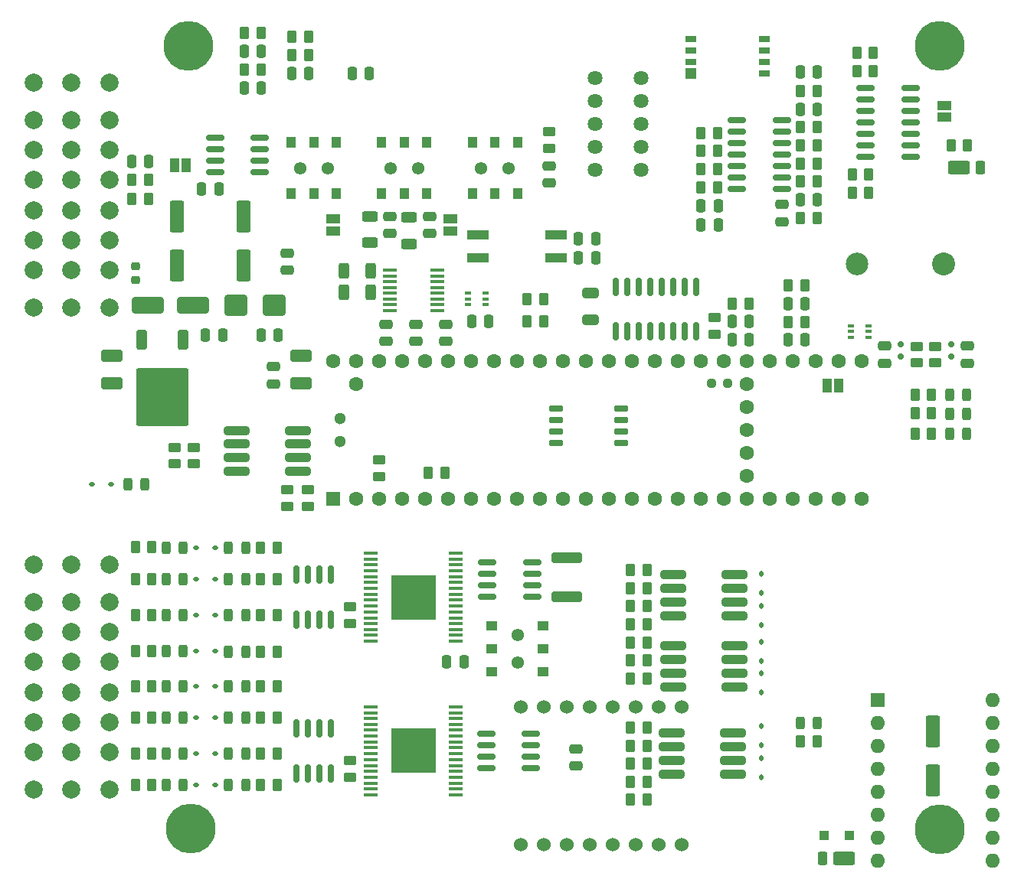
<source format=gts>
G04 #@! TF.GenerationSoftware,KiCad,Pcbnew,7.0.11*
G04 #@! TF.CreationDate,2026-02-08T08:31:11+11:00*
G04 #@! TF.ProjectId,DropBear,44726f70-4265-4617-922e-6b696361645f,rev?*
G04 #@! TF.SameCoordinates,Original*
G04 #@! TF.FileFunction,Soldermask,Top*
G04 #@! TF.FilePolarity,Negative*
%FSLAX46Y46*%
G04 Gerber Fmt 4.6, Leading zero omitted, Abs format (unit mm)*
G04 Created by KiCad (PCBNEW 7.0.11) date 2026-02-08 08:31:11*
%MOMM*%
%LPD*%
G01*
G04 APERTURE LIST*
G04 Aperture macros list*
%AMRoundRect*
0 Rectangle with rounded corners*
0 $1 Rounding radius*
0 $2 $3 $4 $5 $6 $7 $8 $9 X,Y pos of 4 corners*
0 Add a 4 corners polygon primitive as box body*
4,1,4,$2,$3,$4,$5,$6,$7,$8,$9,$2,$3,0*
0 Add four circle primitives for the rounded corners*
1,1,$1+$1,$2,$3*
1,1,$1+$1,$4,$5*
1,1,$1+$1,$6,$7*
1,1,$1+$1,$8,$9*
0 Add four rect primitives between the rounded corners*
20,1,$1+$1,$2,$3,$4,$5,0*
20,1,$1+$1,$4,$5,$6,$7,0*
20,1,$1+$1,$6,$7,$8,$9,0*
20,1,$1+$1,$8,$9,$2,$3,0*%
G04 Aperture macros list end*
%ADD10RoundRect,0.243750X-0.243750X-0.456250X0.243750X-0.456250X0.243750X0.456250X-0.243750X0.456250X0*%
%ADD11RoundRect,0.150000X-0.150000X0.825000X-0.150000X-0.825000X0.150000X-0.825000X0.150000X0.825000X0*%
%ADD12RoundRect,0.150000X-0.825000X-0.150000X0.825000X-0.150000X0.825000X0.150000X-0.825000X0.150000X0*%
%ADD13RoundRect,0.250000X-0.262500X-0.450000X0.262500X-0.450000X0.262500X0.450000X-0.262500X0.450000X0*%
%ADD14RoundRect,0.250000X-0.450000X0.262500X-0.450000X-0.262500X0.450000X-0.262500X0.450000X0.262500X0*%
%ADD15R,1.600200X0.431800*%
%ADD16R,4.953000X4.953000*%
%ADD17RoundRect,0.250000X0.475000X-0.250000X0.475000X0.250000X-0.475000X0.250000X-0.475000X-0.250000X0*%
%ADD18RoundRect,0.250000X-0.250000X-0.475000X0.250000X-0.475000X0.250000X0.475000X-0.250000X0.475000X0*%
%ADD19RoundRect,0.250000X0.250000X0.475000X-0.250000X0.475000X-0.250000X-0.475000X0.250000X-0.475000X0*%
%ADD20RoundRect,0.250000X0.262500X0.450000X-0.262500X0.450000X-0.262500X-0.450000X0.262500X-0.450000X0*%
%ADD21RoundRect,0.112500X0.112500X-0.187500X0.112500X0.187500X-0.112500X0.187500X-0.112500X-0.187500X0*%
%ADD22RoundRect,0.112500X-0.112500X0.187500X-0.112500X-0.187500X0.112500X-0.187500X0.112500X0.187500X0*%
%ADD23RoundRect,0.250000X-0.475000X0.250000X-0.475000X-0.250000X0.475000X-0.250000X0.475000X0.250000X0*%
%ADD24RoundRect,0.250000X-0.925000X0.412500X-0.925000X-0.412500X0.925000X-0.412500X0.925000X0.412500X0*%
%ADD25RoundRect,0.250000X0.450000X-0.262500X0.450000X0.262500X-0.450000X0.262500X-0.450000X-0.262500X0*%
%ADD26RoundRect,0.150000X0.150000X-0.825000X0.150000X0.825000X-0.150000X0.825000X-0.150000X-0.825000X0*%
%ADD27R,1.000000X1.150000*%
%ADD28C,1.381000*%
%ADD29RoundRect,0.250000X1.450000X-0.312500X1.450000X0.312500X-1.450000X0.312500X-1.450000X-0.312500X0*%
%ADD30R,0.650000X0.400000*%
%ADD31RoundRect,0.250000X0.650000X-0.325000X0.650000X0.325000X-0.650000X0.325000X-0.650000X-0.325000X0*%
%ADD32RoundRect,0.237500X-0.250000X-0.237500X0.250000X-0.237500X0.250000X0.237500X-0.250000X0.237500X0*%
%ADD33RoundRect,0.112500X-0.187500X-0.112500X0.187500X-0.112500X0.187500X0.112500X-0.187500X0.112500X0*%
%ADD34R,1.600000X0.410000*%
%ADD35RoundRect,0.218750X0.256250X-0.218750X0.256250X0.218750X-0.256250X0.218750X-0.256250X-0.218750X0*%
%ADD36RoundRect,0.250000X0.550000X-1.500000X0.550000X1.500000X-0.550000X1.500000X-0.550000X-1.500000X0*%
%ADD37RoundRect,0.250000X-0.950000X-0.500000X0.950000X-0.500000X0.950000X0.500000X-0.950000X0.500000X0*%
%ADD38RoundRect,0.250000X-0.275000X-0.500000X0.275000X-0.500000X0.275000X0.500000X-0.275000X0.500000X0*%
%ADD39RoundRect,0.250000X-1.000000X-0.900000X1.000000X-0.900000X1.000000X0.900000X-1.000000X0.900000X0*%
%ADD40R,1.200000X0.800000*%
%ADD41R,1.200000X1.200000*%
%ADD42C,1.635000*%
%ADD43RoundRect,0.243750X0.243750X0.456250X-0.243750X0.456250X-0.243750X-0.456250X0.243750X-0.456250X0*%
%ADD44RoundRect,0.250000X1.500000X0.650000X-1.500000X0.650000X-1.500000X-0.650000X1.500000X-0.650000X0*%
%ADD45R,2.440000X1.120000*%
%ADD46C,2.000000*%
%ADD47R,1.600000X1.600000*%
%ADD48O,1.600000X1.600000*%
%ADD49RoundRect,0.150000X-0.650000X-0.150000X0.650000X-0.150000X0.650000X0.150000X-0.650000X0.150000X0*%
%ADD50C,5.500000*%
%ADD51C,2.500000*%
%ADD52C,2.540000*%
%ADD53RoundRect,0.250000X0.950000X0.500000X-0.950000X0.500000X-0.950000X-0.500000X0.950000X-0.500000X0*%
%ADD54RoundRect,0.250000X0.275000X0.500000X-0.275000X0.500000X-0.275000X-0.500000X0.275000X-0.500000X0*%
%ADD55RoundRect,0.250000X-0.625000X0.312500X-0.625000X-0.312500X0.625000X-0.312500X0.625000X0.312500X0*%
%ADD56RoundRect,0.250000X-0.312500X-0.625000X0.312500X-0.625000X0.312500X0.625000X-0.312500X0.625000X0*%
%ADD57R,1.000000X1.500000*%
%ADD58R,1.500000X1.000000*%
%ADD59R,1.150000X1.000000*%
%ADD60RoundRect,0.237500X-1.162500X-0.237500X1.162500X-0.237500X1.162500X0.237500X-1.162500X0.237500X0*%
%ADD61RoundRect,0.237500X1.162500X0.237500X-1.162500X0.237500X-1.162500X-0.237500X1.162500X-0.237500X0*%
%ADD62RoundRect,0.250000X0.300000X0.300000X-0.300000X0.300000X-0.300000X-0.300000X0.300000X-0.300000X0*%
%ADD63RoundRect,0.150000X0.200000X-0.150000X0.200000X0.150000X-0.200000X0.150000X-0.200000X-0.150000X0*%
%ADD64C,1.524000*%
%ADD65C,1.600000*%
%ADD66C,1.300000*%
%ADD67RoundRect,0.250000X-0.350000X0.850000X-0.350000X-0.850000X0.350000X-0.850000X0.350000X0.850000X0*%
%ADD68RoundRect,0.249997X-2.650003X2.950003X-2.650003X-2.950003X2.650003X-2.950003X2.650003X2.950003X0*%
G04 APERTURE END LIST*
D10*
X187562500Y-93500000D03*
X189437500Y-93500000D03*
X187562500Y-89500000D03*
X189437500Y-89500000D03*
X187562500Y-86000000D03*
X189437500Y-86000000D03*
D11*
X198905000Y-89025000D03*
X197635000Y-89025000D03*
X196365000Y-89025000D03*
X195095000Y-89025000D03*
X195095000Y-93975000D03*
X196365000Y-93975000D03*
X197635000Y-93975000D03*
X198905000Y-93975000D03*
D12*
X216157000Y-87630000D03*
X216157000Y-88900000D03*
X216157000Y-90170000D03*
X216157000Y-91440000D03*
X221107000Y-91440000D03*
X221107000Y-90170000D03*
X221107000Y-88900000D03*
X221107000Y-87630000D03*
D13*
X191087500Y-112268000D03*
X192912500Y-112268000D03*
D14*
X201000000Y-109587500D03*
X201000000Y-111412500D03*
D10*
X187562500Y-101349000D03*
X189437500Y-101349000D03*
X187562500Y-112268000D03*
X189437500Y-112268000D03*
X187562500Y-104849000D03*
X189437500Y-104849000D03*
D11*
X198905000Y-106025000D03*
X197635000Y-106025000D03*
X196365000Y-106025000D03*
X195095000Y-106025000D03*
X195095000Y-110975000D03*
X196365000Y-110975000D03*
X197635000Y-110975000D03*
X198905000Y-110975000D03*
D12*
X216025000Y-106595000D03*
X216025000Y-107865000D03*
X216025000Y-109135000D03*
X216025000Y-110405000D03*
X220975000Y-110405000D03*
X220975000Y-109135000D03*
X220975000Y-107865000D03*
X220975000Y-106595000D03*
D15*
X203301000Y-103623200D03*
X203301000Y-104283600D03*
X203301000Y-104918600D03*
X203301000Y-105579000D03*
X203301000Y-106214000D03*
X203301000Y-106874400D03*
X203301000Y-107534800D03*
X203301000Y-108169800D03*
X203301000Y-108830200D03*
X203301000Y-109465200D03*
X203301000Y-110125600D03*
X203301000Y-110786000D03*
X203301000Y-111421000D03*
X203301000Y-112081400D03*
X203301000Y-112716400D03*
X203301000Y-113376800D03*
X212699000Y-113376800D03*
X212699000Y-112716400D03*
X212699000Y-112081400D03*
X212699000Y-111421000D03*
X212699000Y-110786000D03*
X212699000Y-110125600D03*
X212699000Y-109465200D03*
X212699000Y-108830200D03*
X212699000Y-108169800D03*
X212699000Y-107534800D03*
X212699000Y-106874400D03*
X212699000Y-106214000D03*
X212699000Y-105579000D03*
X212699000Y-104918600D03*
X212699000Y-104283600D03*
X212699000Y-103623200D03*
D16*
X208000000Y-108500000D03*
D10*
X187562500Y-108849000D03*
X189437500Y-108849000D03*
D14*
X201000000Y-92587500D03*
X201000000Y-94412500D03*
D10*
X187562500Y-97536000D03*
X189437500Y-97536000D03*
D17*
X248729994Y-49950000D03*
X248729994Y-48050000D03*
D18*
X249415500Y-59023000D03*
X251315500Y-59023000D03*
X250779994Y-47500000D03*
X252679994Y-47500000D03*
X250764000Y-33401000D03*
X252664000Y-33401000D03*
X194550000Y-33500000D03*
X196450000Y-33500000D03*
D19*
X252679994Y-37500000D03*
X250779994Y-37500000D03*
D18*
X201234000Y-33528000D03*
X203134000Y-33528000D03*
D19*
X241676000Y-48155000D03*
X239776000Y-48155000D03*
D13*
X189333500Y-29083000D03*
X191158500Y-29083000D03*
D20*
X196412500Y-31500000D03*
X194587500Y-31500000D03*
X241626500Y-42125000D03*
X239801500Y-42125000D03*
D13*
X250817494Y-43500000D03*
X252642494Y-43500000D03*
X239776000Y-44125000D03*
X241601000Y-44125000D03*
X220587500Y-58500000D03*
X222412500Y-58500000D03*
X231991500Y-113919000D03*
X233816500Y-113919000D03*
D20*
X233816500Y-107919000D03*
X231991500Y-107919000D03*
D13*
X231991500Y-94500000D03*
X233816500Y-94500000D03*
X231991500Y-88500000D03*
X233816500Y-88500000D03*
D21*
X246444000Y-94550000D03*
X246444000Y-92450000D03*
D22*
X246444000Y-105791000D03*
X246444000Y-107891000D03*
D21*
X246444000Y-102050000D03*
X246444000Y-99950000D03*
D22*
X246444000Y-96450000D03*
X246444000Y-98550000D03*
D13*
X231991500Y-105918000D03*
X233816500Y-105918000D03*
D20*
X233816500Y-96500000D03*
X231991500Y-96500000D03*
D13*
X249453000Y-61023000D03*
X251278000Y-61023000D03*
D23*
X192532000Y-66004400D03*
X192532000Y-67904400D03*
D17*
X194056000Y-55306000D03*
X194056000Y-53406000D03*
D24*
X195580000Y-64756500D03*
X195580000Y-67831500D03*
X174650400Y-64756500D03*
X174650400Y-67831500D03*
D21*
X246444000Y-111391000D03*
X246444000Y-109291000D03*
D22*
X246444000Y-88950000D03*
X246444000Y-91050000D03*
D12*
X186058000Y-40640000D03*
X186058000Y-41910000D03*
X186058000Y-43180000D03*
X186058000Y-44450000D03*
X191008000Y-44450000D03*
X191008000Y-43180000D03*
X191008000Y-41910000D03*
X191008000Y-40640000D03*
D18*
X243222500Y-60992000D03*
X245122500Y-60992000D03*
X243222500Y-62992000D03*
X245122500Y-62992000D03*
D19*
X228153000Y-51816000D03*
X226253000Y-51816000D03*
D18*
X214442000Y-61000000D03*
X216342000Y-61000000D03*
D25*
X241300000Y-62380500D03*
X241300000Y-60555500D03*
D20*
X251278000Y-57023000D03*
X249453000Y-57023000D03*
D13*
X194587500Y-29500000D03*
X196412500Y-29500000D03*
X250817494Y-39500000D03*
X252642494Y-39500000D03*
D20*
X222412500Y-61000000D03*
X220587500Y-61000000D03*
D26*
X230378000Y-62100000D03*
X231648000Y-62100000D03*
X232918000Y-62100000D03*
X234188000Y-62100000D03*
X235458000Y-62100000D03*
X236728000Y-62100000D03*
X237998000Y-62100000D03*
X239268000Y-62100000D03*
X239268000Y-57150000D03*
X237998000Y-57150000D03*
X236728000Y-57150000D03*
X235458000Y-57150000D03*
X234188000Y-57150000D03*
X232918000Y-57150000D03*
X231648000Y-57150000D03*
X230378000Y-57150000D03*
D27*
X194500000Y-41175000D03*
X197000000Y-41175000D03*
X199500000Y-41175000D03*
X194500000Y-46825000D03*
X197000000Y-46825000D03*
X199500000Y-46825000D03*
D28*
X195500000Y-44000000D03*
X198500000Y-44000000D03*
D18*
X249415500Y-63023000D03*
X251315500Y-63023000D03*
D19*
X241676000Y-50282000D03*
X239776000Y-50282000D03*
D20*
X245085000Y-58992000D03*
X243260000Y-58992000D03*
D13*
X250817494Y-49500000D03*
X252642494Y-49500000D03*
D20*
X252642494Y-35500000D03*
X250817494Y-35500000D03*
X191158500Y-33147000D03*
X189333500Y-33147000D03*
D13*
X239801500Y-40125000D03*
X241626500Y-40125000D03*
D20*
X252642494Y-45500000D03*
X250817494Y-45500000D03*
X252642494Y-41500000D03*
X250817494Y-41500000D03*
X258849500Y-31242000D03*
X257024500Y-31242000D03*
X258849500Y-33274000D03*
X257024500Y-33274000D03*
X258341500Y-44704000D03*
X256516500Y-44704000D03*
D13*
X256516500Y-46736000D03*
X258341500Y-46736000D03*
D12*
X243754994Y-38690000D03*
X243754994Y-39960000D03*
X243754994Y-41230000D03*
X243754994Y-42500000D03*
X243754994Y-43770000D03*
X243754994Y-45040000D03*
X243754994Y-46310000D03*
X248704994Y-46310000D03*
X248704994Y-45040000D03*
X248704994Y-43770000D03*
X248704994Y-42500000D03*
X248704994Y-41230000D03*
X248704994Y-39960000D03*
X248704994Y-38690000D03*
X258002000Y-35179000D03*
X258002000Y-36449000D03*
X258002000Y-37719000D03*
X258002000Y-38989000D03*
X258002000Y-40259000D03*
X258002000Y-41529000D03*
X258002000Y-42799000D03*
X262952000Y-42799000D03*
X262952000Y-41529000D03*
X262952000Y-40259000D03*
X262952000Y-38989000D03*
X262952000Y-37719000D03*
X262952000Y-36449000D03*
X262952000Y-35179000D03*
D29*
X224917000Y-91418500D03*
X224917000Y-87143500D03*
D18*
X226253000Y-53975000D03*
X228153000Y-53975000D03*
D30*
X214050000Y-57850000D03*
X214050000Y-58500000D03*
X214050000Y-59150000D03*
X215950000Y-59150000D03*
X215950000Y-58500000D03*
X215950000Y-57850000D03*
D13*
X176887500Y-47394000D03*
X178712500Y-47394000D03*
D18*
X176850000Y-43307000D03*
X178750000Y-43307000D03*
D19*
X186497000Y-46355000D03*
X184597000Y-46355000D03*
D20*
X241601000Y-46125000D03*
X239776000Y-46125000D03*
D31*
X227584000Y-60784000D03*
X227584000Y-57834000D03*
D18*
X189296000Y-31115000D03*
X191196000Y-31115000D03*
X185028800Y-62534800D03*
X186928800Y-62534800D03*
D32*
X240919500Y-67818000D03*
X242744500Y-67818000D03*
D14*
X181610000Y-74931900D03*
X181610000Y-76756900D03*
D33*
X183989000Y-108849000D03*
X186089000Y-108849000D03*
X183989000Y-93500000D03*
X186089000Y-93500000D03*
X183989000Y-104849000D03*
X186089000Y-104849000D03*
X183989000Y-89500000D03*
X186089000Y-89500000D03*
D19*
X191196000Y-35179000D03*
X189296000Y-35179000D03*
D23*
X205359000Y-49342000D03*
X205359000Y-51242000D03*
D17*
X209804000Y-51242000D03*
X209804000Y-49342000D03*
D23*
X208280000Y-61280000D03*
X208280000Y-63180000D03*
X204978000Y-61280000D03*
X204978000Y-63180000D03*
X211582000Y-61280000D03*
X211582000Y-63180000D03*
D34*
X210680300Y-59766200D03*
X210680300Y-59131200D03*
X210680300Y-58496200D03*
X210680300Y-57861200D03*
X210680300Y-57226200D03*
X210680300Y-56591200D03*
X210680300Y-55956200D03*
X210680300Y-55321200D03*
X205371700Y-55321200D03*
X205371700Y-55956200D03*
X205371700Y-56591200D03*
X205371700Y-57226200D03*
X205371700Y-57861200D03*
X205371700Y-58496200D03*
X205371700Y-59131200D03*
X205371700Y-59766200D03*
D17*
X269240000Y-65593000D03*
X269240000Y-63693000D03*
X260096000Y-65616500D03*
X260096000Y-63716500D03*
D14*
X265684000Y-63730500D03*
X265684000Y-65555500D03*
X263652000Y-63730500D03*
X263652000Y-65555500D03*
D30*
X258273062Y-62753000D03*
X258273062Y-62103000D03*
X258273062Y-61453000D03*
X256373062Y-61453000D03*
X256373062Y-62103000D03*
X256373062Y-62753000D03*
D35*
X177292000Y-56413500D03*
X177292000Y-54838500D03*
D20*
X192936500Y-108839000D03*
X191111500Y-108839000D03*
X192936500Y-93472000D03*
X191111500Y-93472000D03*
X192936500Y-104849000D03*
X191111500Y-104849000D03*
X192936500Y-89500000D03*
X191111500Y-89500000D03*
D13*
X191111500Y-97536000D03*
X192936500Y-97536000D03*
X191111500Y-101349000D03*
X192936500Y-101349000D03*
X191111500Y-86000000D03*
X192936500Y-86000000D03*
D36*
X265430000Y-111793000D03*
X265430000Y-106393000D03*
D37*
X255612000Y-120396000D03*
D38*
X253237000Y-120396000D03*
D39*
X188350000Y-59182000D03*
X192650000Y-59182000D03*
D40*
X246833000Y-33528000D03*
X246833000Y-32258000D03*
X246833000Y-30988000D03*
X246833000Y-29718000D03*
X238633000Y-29718000D03*
X238633000Y-30988000D03*
X238633000Y-32258000D03*
D41*
X238633000Y-33528000D03*
D42*
X233172000Y-44196000D03*
X233172000Y-41656000D03*
X233172000Y-39116000D03*
X233172000Y-36576000D03*
X233172000Y-34036000D03*
X228092000Y-44196000D03*
X228092000Y-41656000D03*
X228092000Y-39116000D03*
X228092000Y-36576000D03*
X228092000Y-34036000D03*
D43*
X269122250Y-69088000D03*
X267247250Y-69088000D03*
X269122250Y-73406000D03*
X267247250Y-73406000D03*
X269122250Y-71247000D03*
X267247250Y-71247000D03*
D36*
X189230000Y-54770000D03*
X189230000Y-49370000D03*
X181864000Y-54770000D03*
X181864000Y-49370000D03*
D44*
X183602000Y-59182000D03*
X178602000Y-59182000D03*
D20*
X233816500Y-98500000D03*
X231991500Y-98500000D03*
X233816500Y-100500000D03*
X231991500Y-100500000D03*
X233816500Y-90500000D03*
X231991500Y-90500000D03*
X233816500Y-92500000D03*
X231991500Y-92500000D03*
X233816500Y-109919000D03*
X231991500Y-109919000D03*
X233816500Y-111919000D03*
X231991500Y-111919000D03*
D15*
X203301000Y-86623200D03*
X203301000Y-87283600D03*
X203301000Y-87918600D03*
X203301000Y-88579000D03*
X203301000Y-89214000D03*
X203301000Y-89874400D03*
X203301000Y-90534800D03*
X203301000Y-91169800D03*
X203301000Y-91830200D03*
X203301000Y-92465200D03*
X203301000Y-93125600D03*
X203301000Y-93786000D03*
X203301000Y-94421000D03*
X203301000Y-95081400D03*
X203301000Y-95716400D03*
X203301000Y-96376800D03*
X212699000Y-96376800D03*
X212699000Y-95716400D03*
X212699000Y-95081400D03*
X212699000Y-94421000D03*
X212699000Y-93786000D03*
X212699000Y-93125600D03*
X212699000Y-92465200D03*
X212699000Y-91830200D03*
X212699000Y-91169800D03*
X212699000Y-90534800D03*
X212699000Y-89874400D03*
X212699000Y-89214000D03*
X212699000Y-88579000D03*
X212699000Y-87918600D03*
X212699000Y-87283600D03*
X212699000Y-86623200D03*
D16*
X208000000Y-91500000D03*
D45*
X223761000Y-53975000D03*
X223761000Y-51435000D03*
X215151000Y-51435000D03*
X215151000Y-53975000D03*
D17*
X225933000Y-110170000D03*
X225933000Y-108270000D03*
D18*
X211667001Y-98638001D03*
X213567001Y-98638001D03*
D46*
X174396000Y-112805000D03*
X174396000Y-108655000D03*
X174396000Y-105325000D03*
X174396000Y-101995000D03*
X174396000Y-98665000D03*
X174396000Y-95335000D03*
X174396000Y-92005000D03*
X174396000Y-87855000D03*
X170196000Y-112805000D03*
X170196000Y-108655000D03*
X170196000Y-105325000D03*
X170196000Y-101995000D03*
X170196000Y-98665000D03*
X170196000Y-95335000D03*
X170196000Y-92005000D03*
X170196000Y-87855000D03*
X165996000Y-112805000D03*
X165996000Y-108655000D03*
X165996000Y-105325000D03*
X165996000Y-101995000D03*
X165996000Y-98665000D03*
X165996000Y-95335000D03*
X165996000Y-92005000D03*
X165996000Y-87855000D03*
X174396000Y-59465000D03*
X174396000Y-55315000D03*
X174396000Y-51985000D03*
X174396000Y-48655000D03*
X174396000Y-45325000D03*
X174396000Y-41995000D03*
X174396000Y-38665000D03*
X174396000Y-34515000D03*
X170196000Y-59465000D03*
X170196000Y-55315000D03*
X170196000Y-51985000D03*
X170196000Y-48655000D03*
X170196000Y-45325000D03*
X170196000Y-41995000D03*
X170196000Y-38665000D03*
X170196000Y-34515000D03*
X165996000Y-59465000D03*
X165996000Y-55315000D03*
X165996000Y-51985000D03*
X165996000Y-48655000D03*
X165996000Y-45325000D03*
X165996000Y-41995000D03*
X165996000Y-38665000D03*
X165996000Y-34515000D03*
D27*
X204500000Y-41175000D03*
X207000000Y-41175000D03*
X209500000Y-41175000D03*
X204500000Y-46825000D03*
X207000000Y-46825000D03*
X209500000Y-46825000D03*
D28*
X205500000Y-44000000D03*
X208500000Y-44000000D03*
D33*
X183989000Y-86000000D03*
X186089000Y-86000000D03*
D43*
X182547500Y-86000000D03*
X180672500Y-86000000D03*
D20*
X179093500Y-85979000D03*
X177268500Y-85979000D03*
D43*
X182547500Y-112268000D03*
X180672500Y-112268000D03*
X182547500Y-108849000D03*
X180672500Y-108849000D03*
X182547500Y-97500000D03*
X180672500Y-97500000D03*
X182547500Y-93500000D03*
X180672500Y-93500000D03*
X182547500Y-104849000D03*
X180672500Y-104849000D03*
X182547500Y-101346000D03*
X180672500Y-101346000D03*
X182547500Y-89500000D03*
X180672500Y-89500000D03*
D20*
X179093500Y-112268000D03*
X177268500Y-112268000D03*
X179093500Y-108849000D03*
X177268500Y-108849000D03*
X179093500Y-93500000D03*
X177268500Y-93500000D03*
X179093500Y-104849000D03*
X177268500Y-104849000D03*
X179093500Y-101349000D03*
X177268500Y-101349000D03*
X179093500Y-89500000D03*
X177268500Y-89500000D03*
D33*
X183989000Y-97500000D03*
X186089000Y-97500000D03*
D20*
X179093500Y-97500000D03*
X177268500Y-97500000D03*
D47*
X259334000Y-102870000D03*
D48*
X259334000Y-105410000D03*
X259334000Y-107950000D03*
X259334000Y-110490000D03*
X259334000Y-113030000D03*
X259334000Y-115570000D03*
X259334000Y-118110000D03*
X259334000Y-120650000D03*
X272034000Y-120650000D03*
X272034000Y-118110000D03*
X272034000Y-115570000D03*
X272034000Y-113030000D03*
X272034000Y-110490000D03*
X272034000Y-107950000D03*
X272034000Y-105410000D03*
X272034000Y-102870000D03*
D49*
X223730000Y-70612000D03*
X223730000Y-71882000D03*
X223730000Y-73152000D03*
X223730000Y-74422000D03*
X230930000Y-74422000D03*
X230930000Y-73152000D03*
X230930000Y-71882000D03*
X230930000Y-70612000D03*
D50*
X266160000Y-117200000D03*
X266160000Y-30500000D03*
X183102000Y-30480000D03*
D33*
X183989000Y-112268000D03*
X186089000Y-112268000D03*
X183989000Y-101349000D03*
X186089000Y-101349000D03*
D51*
X257040395Y-54610000D03*
D52*
X266570395Y-54610000D03*
D53*
X268288400Y-43942000D03*
D54*
X270663400Y-43942000D03*
D55*
X203200000Y-49337500D03*
X203200000Y-52262500D03*
D56*
X200340500Y-57785000D03*
X203265500Y-57785000D03*
X200340500Y-55372000D03*
X203265500Y-55372000D03*
D55*
X207518000Y-49464500D03*
X207518000Y-52389500D03*
D57*
X181598000Y-43688000D03*
X182898000Y-43688000D03*
D13*
X176887500Y-45339000D03*
X178712500Y-45339000D03*
D58*
X199136000Y-49642000D03*
X199136000Y-50942000D03*
X212090000Y-50942000D03*
X212090000Y-49642000D03*
D27*
X214500000Y-41175000D03*
X217000000Y-41175000D03*
X219500000Y-41175000D03*
X214500000Y-46825000D03*
X217000000Y-46825000D03*
X219500000Y-46825000D03*
D28*
X215500000Y-44000000D03*
X218500000Y-44000000D03*
D59*
X216675000Y-99706000D03*
X216675000Y-97206000D03*
X216675000Y-94706000D03*
X222325000Y-99706000D03*
X222325000Y-97206000D03*
X222325000Y-94706000D03*
D28*
X219500000Y-98706000D03*
X219500000Y-95706000D03*
D60*
X236693000Y-89027000D03*
X236693000Y-90547000D03*
X236693000Y-92067000D03*
X236693000Y-93587000D03*
X243493000Y-93587000D03*
X243493000Y-92067000D03*
X243493000Y-90547000D03*
X243493000Y-89027000D03*
X236693000Y-96901000D03*
X236693000Y-98421000D03*
X236693000Y-99941000D03*
X236693000Y-101461000D03*
X243493000Y-101461000D03*
X243493000Y-99941000D03*
X243493000Y-98421000D03*
X243493000Y-96901000D03*
X236566000Y-106497000D03*
X236566000Y-108017000D03*
X236566000Y-109537000D03*
X236566000Y-111057000D03*
X243366000Y-111057000D03*
X243366000Y-109537000D03*
X243366000Y-108017000D03*
X243366000Y-106497000D03*
D57*
X253731000Y-68072000D03*
X255031000Y-68072000D03*
D13*
X267438500Y-41529000D03*
X269263500Y-41529000D03*
D61*
X195259400Y-77597000D03*
X195259400Y-76077000D03*
X195259400Y-74557000D03*
X195259400Y-73037000D03*
X188459400Y-73037000D03*
X188459400Y-74557000D03*
X188459400Y-76077000D03*
X188459400Y-77597000D03*
D17*
X223012000Y-45654000D03*
X223012000Y-43754000D03*
D62*
X256162000Y-117856000D03*
X253362000Y-117856000D03*
D25*
X194056000Y-81430500D03*
X194056000Y-79605500D03*
D20*
X265275700Y-69088000D03*
X263450700Y-69088000D03*
D10*
X176405300Y-78994000D03*
X178280300Y-78994000D03*
D58*
X266700000Y-38354000D03*
X266700000Y-37054000D03*
D63*
X261874000Y-63497000D03*
X261874000Y-64897000D03*
D33*
X172482800Y-78994000D03*
X174582800Y-78994000D03*
D10*
X250776500Y-105410000D03*
X252651500Y-105410000D03*
D14*
X196342000Y-79605500D03*
X196342000Y-81430500D03*
X183692800Y-74931900D03*
X183692800Y-76756900D03*
D13*
X263450700Y-71170800D03*
X265275700Y-71170800D03*
D63*
X267462000Y-63500000D03*
X267462000Y-64900000D03*
D64*
X237693200Y-118872000D03*
X237693200Y-103632000D03*
X235153200Y-118872000D03*
X235153200Y-103632000D03*
X232613200Y-118872000D03*
X232613200Y-103632000D03*
X230073200Y-118872000D03*
X230073200Y-103632000D03*
X227533200Y-118872000D03*
X227533200Y-103632000D03*
X224993200Y-118872000D03*
X224993200Y-103632000D03*
X222453200Y-118872000D03*
X222453200Y-103632000D03*
X219913200Y-118872000D03*
X219913200Y-103632000D03*
D13*
X263450700Y-73406000D03*
X265275700Y-73406000D03*
D47*
X199136000Y-80620000D03*
D65*
X201676000Y-80620000D03*
X204216000Y-80620000D03*
X206756000Y-80620000D03*
X209296000Y-80620000D03*
X211836000Y-80620000D03*
X214376000Y-80620000D03*
X216916000Y-80620000D03*
X219456000Y-80620000D03*
X221996000Y-80620000D03*
X224536000Y-80620000D03*
X227076000Y-80620000D03*
X229616000Y-80620000D03*
X232156000Y-80620000D03*
X234696000Y-80620000D03*
X237236000Y-80620000D03*
X239776000Y-80620000D03*
X242316000Y-80620000D03*
X244856000Y-80620000D03*
X247396000Y-80620000D03*
X249936000Y-80620000D03*
X252476000Y-80620000D03*
X255016000Y-80620000D03*
X257556000Y-80620000D03*
X257556000Y-65380000D03*
X255016000Y-65380000D03*
X252476000Y-65380000D03*
X249936000Y-65380000D03*
X247396000Y-65380000D03*
X244856000Y-65380000D03*
X242316000Y-65380000D03*
X239776000Y-65380000D03*
X237236000Y-65380000D03*
X234696000Y-65380000D03*
X232156000Y-65380000D03*
X229616000Y-65380000D03*
X227076000Y-65380000D03*
X224536000Y-65380000D03*
X221996000Y-65380000D03*
X219456000Y-65380000D03*
X216916000Y-65380000D03*
X214376000Y-65380000D03*
X211836000Y-65380000D03*
X209296000Y-65380000D03*
X206756000Y-65380000D03*
X204216000Y-65380000D03*
X201676000Y-65380000D03*
X199136000Y-65380000D03*
X201676000Y-67920000D03*
X244856000Y-78080000D03*
X244856000Y-75540000D03*
X244856000Y-73000000D03*
X244856000Y-70460000D03*
X244856000Y-67920000D03*
D66*
X199866000Y-71730000D03*
X199866000Y-74270000D03*
D50*
X183388000Y-117094000D03*
D13*
X250801500Y-107442000D03*
X252626500Y-107442000D03*
D67*
X182499000Y-63032000D03*
D68*
X180219000Y-69332000D03*
D67*
X177939000Y-63032000D03*
D25*
X204216000Y-78128500D03*
X204216000Y-76303500D03*
D18*
X191175600Y-62534800D03*
X193075600Y-62534800D03*
D13*
X209653500Y-77724000D03*
X211478500Y-77724000D03*
D14*
X223012000Y-39981500D03*
X223012000Y-41806500D03*
M02*

</source>
